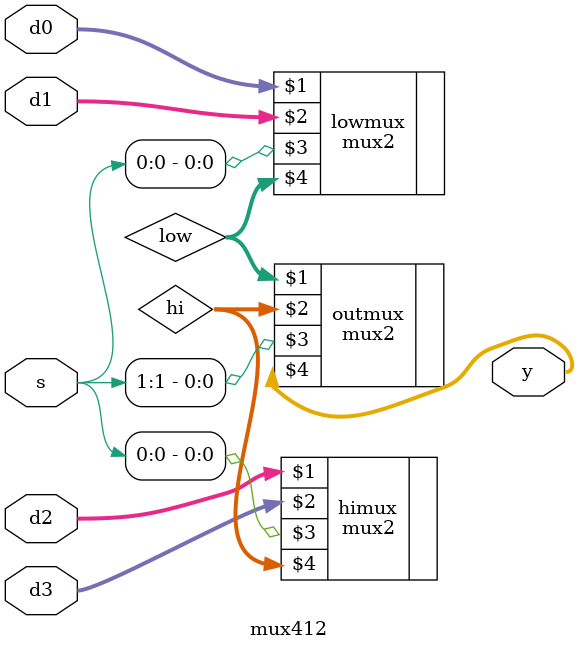
<source format=sv>
/*
 * Project name   :
 * File name      : mux412.sv
 * Created date   : Th11 21 2019
 * Author         : Van-Nam DINH 
 * Last modified  : Th11 21 2019 18:43
 * Desc           :
 */

module mux412(
    input   logic[11:0] d0,d1,d2,d3,
    input   logic[1:0] s,
    output  logic[11:0] y);
    logic[11:0] low, hi;

    mux2 #(12) lowmux(d0,d1,s[0],low);
    mux2 #(12) himux(d2,d3,s[0],hi);
    mux2 #(12) outmux(low,hi,s[1],y);
    endmodule

</source>
